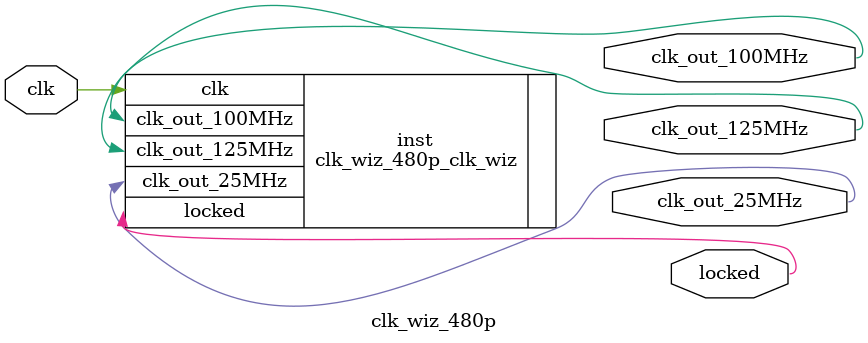
<source format=v>


`timescale 1ps/1ps

(* CORE_GENERATION_INFO = "clk_wiz_480p,clk_wiz_v6_0_9_0_0,{component_name=clk_wiz_480p,use_phase_alignment=true,use_min_o_jitter=false,use_max_i_jitter=false,use_dyn_phase_shift=false,use_inclk_switchover=false,use_dyn_reconfig=false,enable_axi=0,feedback_source=FDBK_AUTO,PRIMITIVE=MMCM,num_out_clk=3,clkin1_period=3.333,clkin2_period=10.0,use_power_down=false,use_reset=false,use_locked=true,use_inclk_stopped=false,feedback_type=SINGLE,CLOCK_MGR_TYPE=NA,manual_override=false}" *)

module clk_wiz_480p 
 (
  // Clock out ports
  output        clk_out_25MHz,
  output        clk_out_125MHz,
  output        clk_out_100MHz,
  // Status and control signals
  output        locked,
 // Clock in ports
  input         clk
 );

  clk_wiz_480p_clk_wiz inst
  (
  // Clock out ports  
  .clk_out_25MHz(clk_out_25MHz),
  .clk_out_125MHz(clk_out_125MHz),
  .clk_out_100MHz(clk_out_100MHz),
  // Status and control signals               
  .locked(locked),
 // Clock in ports
  .clk(clk)
  );

endmodule

</source>
